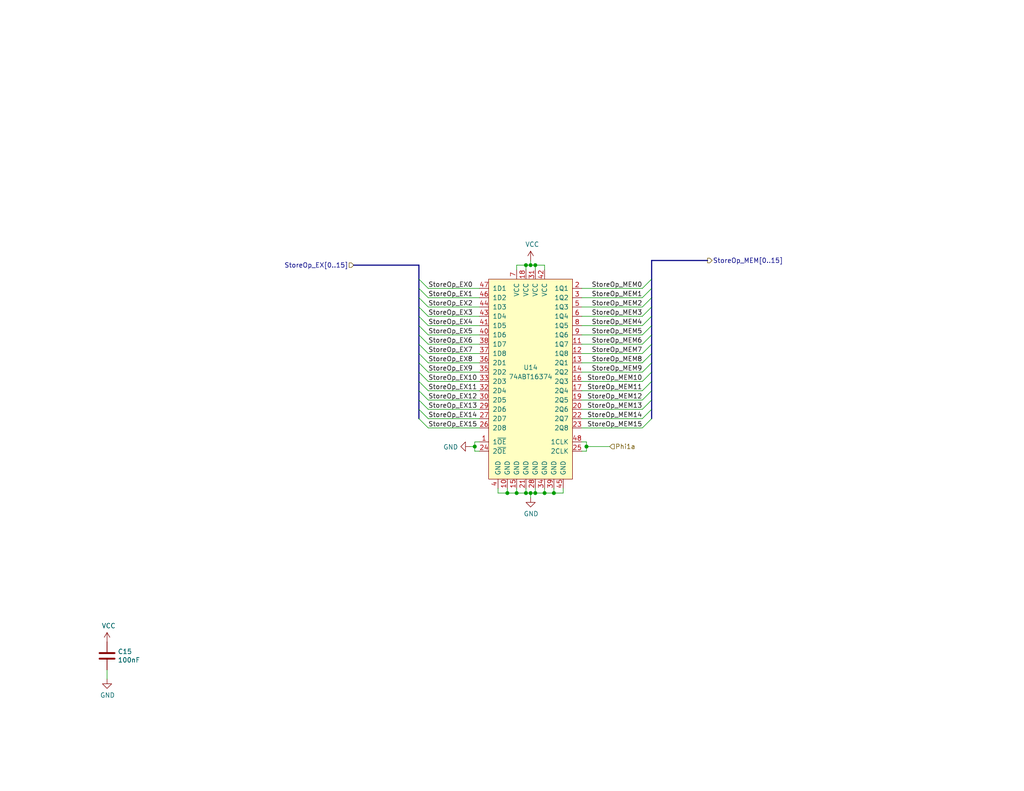
<source format=kicad_sch>
(kicad_sch (version 20230121) (generator eeschema)
  (paper "USLetter")
  (title_block (title "EX/MEM: Store Operand Register") (date "2022-09-24") (rev "B"))
  (lib_symbols
    (symbol "74xx (kicad5):74ABT16374" (pin_names (offset 1.016))
      (property "Reference" "U" (at 0 1.27 0))
      (property "Value" "74ABT16374" (at 0 -1.27 0))
      (symbol "74ABT16374_0_0"
        (pin input line (at -13.97 -20.32 0) (length 2.54) (name "1~{OE}") (number "1"))
        (pin power_in line (at -6.35 -33.02 90) (length 2.54) (name "GND") (number "10"))
        (pin tri_state line (at 13.97 6.35 180) (length 2.54) (name "1Q7") (number "11"))
        (pin tri_state line (at 13.97 3.81 180) (length 2.54) (name "1Q8") (number "12"))
        (pin tri_state line (at 13.97 1.27 180) (length 2.54) (name "2Q1") (number "13"))
        (pin tri_state line (at 13.97 -1.27 180) (length 2.54) (name "2Q2") (number "14"))
        (pin power_in line (at -3.81 -33.02 90) (length 2.54) (name "GND") (number "15"))
        (pin tri_state line (at 13.97 -3.81 180) (length 2.54) (name "2Q3") (number "16"))
        (pin tri_state line (at 13.97 -6.35 180) (length 2.54) (name "2Q4") (number "17"))
        (pin power_in line (at -1.27 26.67 270) (length 2.54) (name "VCC") (number "18"))
        (pin tri_state line (at 13.97 -8.89 180) (length 2.54) (name "2Q5") (number "19"))
        (pin tri_state line (at 13.97 21.59 180) (length 2.54) (name "1Q1") (number "2"))
        (pin tri_state line (at 13.97 -11.43 180) (length 2.54) (name "2Q6") (number "20"))
        (pin power_in line (at -1.27 -33.02 90) (length 2.54) (name "GND") (number "21"))
        (pin tri_state line (at 13.97 -13.97 180) (length 2.54) (name "2Q7") (number "22"))
        (pin tri_state line (at 13.97 -16.51 180) (length 2.54) (name "2Q8") (number "23"))
        (pin input line (at -13.97 -22.86 0) (length 2.54) (name "2~{OE}") (number "24"))
        (pin input line (at 13.97 -22.86 180) (length 2.54) (name "2CLK") (number "25"))
        (pin input line (at -13.97 -16.51 0) (length 2.54) (name "2D8") (number "26"))
        (pin input line (at -13.97 -13.97 0) (length 2.54) (name "2D7") (number "27"))
        (pin power_in line (at 1.27 -33.02 90) (length 2.54) (name "GND") (number "28"))
        (pin input line (at -13.97 -11.43 0) (length 2.54) (name "2D6") (number "29"))
        (pin tri_state line (at 13.97 19.05 180) (length 2.54) (name "1Q2") (number "3"))
        (pin input line (at -13.97 -8.89 0) (length 2.54) (name "2D5") (number "30"))
        (pin power_in line (at 1.27 26.67 270) (length 2.54) (name "VCC") (number "31"))
        (pin input line (at -13.97 -6.35 0) (length 2.54) (name "2D4") (number "32"))
        (pin input line (at -13.97 -3.81 0) (length 2.54) (name "2D3") (number "33"))
        (pin power_in line (at 3.81 -33.02 90) (length 2.54) (name "GND") (number "34"))
        (pin input line (at -13.97 -1.27 0) (length 2.54) (name "2D2") (number "35"))
        (pin input line (at -13.97 1.27 0) (length 2.54) (name "2D1") (number "36"))
        (pin input line (at -13.97 3.81 0) (length 2.54) (name "1D8") (number "37"))
        (pin input line (at -13.97 6.35 0) (length 2.54) (name "1D7") (number "38"))
        (pin power_in line (at 6.35 -33.02 90) (length 2.54) (name "GND") (number "39"))
        (pin power_in line (at -8.89 -33.02 90) (length 2.54) (name "GND") (number "4"))
        (pin input line (at -13.97 8.89 0) (length 2.54) (name "1D6") (number "40"))
        (pin input line (at -13.97 11.43 0) (length 2.54) (name "1D5") (number "41"))
        (pin power_in line (at 3.81 26.67 270) (length 2.54) (name "VCC") (number "42"))
        (pin input line (at -13.97 13.97 0) (length 2.54) (name "1D4") (number "43"))
        (pin input line (at -13.97 16.51 0) (length 2.54) (name "1D3") (number "44"))
        (pin power_in line (at 8.89 -33.02 90) (length 2.54) (name "GND") (number "45"))
        (pin input line (at -13.97 19.05 0) (length 2.54) (name "1D2") (number "46"))
        (pin input line (at -13.97 21.59 0) (length 2.54) (name "1D1") (number "47"))
        (pin input line (at 13.97 -20.32 180) (length 2.54) (name "1CLK") (number "48"))
        (pin tri_state line (at 13.97 16.51 180) (length 2.54) (name "1Q3") (number "5"))
        (pin tri_state line (at 13.97 13.97 180) (length 2.54) (name "1Q4") (number "6"))
        (pin power_in line (at -3.81 26.67 270) (length 2.54) (name "VCC") (number "7"))
        (pin tri_state line (at 13.97 11.43 180) (length 2.54) (name "1Q5") (number "8"))
        (pin tri_state line (at 13.97 8.89 180) (length 2.54) (name "1Q6") (number "9"))
      )
      (symbol "74ABT16374_0_1"
        (rectangle (start -11.43 24.13) (end 11.43 -30.48) (fill (type background)))
      )
    )
    (symbol "Device:C" (pin_numbers hide) (pin_names (offset 0.254))
      (property "Reference" "C" (at 0.635 2.54 0))
      (property "Value" "C" (at 0.635 -2.54 0))
      (symbol "C_0_1"
        (polyline (pts (xy -2.032 -0.762) (xy 2.032 -0.762)) (stroke (width 0.508)))
        (polyline (pts (xy -2.032 0.762) (xy 2.032 0.762)) (stroke (width 0.508)))
      )
      (symbol "C_1_1"
        (pin passive line (at 0 3.81 270) (length 2.794) (name "~") (number "1"))
        (pin passive line (at 0 -3.81 90) (length 2.794) (name "~") (number "2"))
      )
    )
    (symbol "power:GND" (power) (pin_names (offset 0))
      (property "Value" "GND" (at 0 -3.81 0))
      (symbol "GND_0_1"
        (polyline (pts (xy 0 0) (xy 0 -1.27) (xy 1.27 -1.27) (xy 0 -2.54) (xy -1.27 -1.27) (xy 0 -1.27)))
      )
      (symbol "GND_1_1"
        (pin power_in line (at 0 0 270) (length 0) hide (name "GND") (number "1"))
      )
    )
    (symbol "power:VCC" (power) (pin_names (offset 0))
      (property "Value" "VCC" (at 0 3.81 0))
      (symbol "VCC_0_1"
        (polyline (pts (xy -0.762 1.27) (xy 0 2.54)))
        (polyline (pts (xy 0 0) (xy 0 2.54)))
        (polyline (pts (xy 0 2.54) (xy 0.762 1.27)))
      )
      (symbol "VCC_1_1"
        (pin power_in line (at 0 0 90) (length 0) hide (name "VCC") (number "1"))
      )
    )
  )
  (junction (at 144.78 72.39))
  (junction (at 143.51 134.62))
  (junction (at 144.78 134.62))
  (junction (at 138.43 134.62))
  (junction (at 160.02 121.92))
  (junction (at 143.51 72.39))
  (junction (at 146.05 72.39))
  (junction (at 151.13 134.62))
  (junction (at 129.54 121.92))
  (junction (at 140.97 134.62))
  (junction (at 148.59 134.62))
  (junction (at 146.05 134.62))
  (bus_entry (at 114.3 78.74) (size 2.54 2.54))
  (bus_entry (at 114.3 76.2) (size 2.54 2.54))
  (bus_entry (at 114.3 91.44) (size 2.54 2.54))
  (bus_entry (at 114.3 114.3) (size 2.54 2.54))
  (bus_entry (at 177.8 106.68) (size -2.54 2.54))
  (bus_entry (at 114.3 111.76) (size 2.54 2.54))
  (bus_entry (at 114.3 109.22) (size 2.54 2.54))
  (bus_entry (at 114.3 88.9) (size 2.54 2.54))
  (bus_entry (at 114.3 96.52) (size 2.54 2.54))
  (bus_entry (at 177.8 88.9) (size -2.54 2.54))
  (bus_entry (at 114.3 101.6) (size 2.54 2.54))
  (bus_entry (at 177.8 86.36) (size -2.54 2.54))
  (bus_entry (at 177.8 96.52) (size -2.54 2.54))
  (bus_entry (at 114.3 99.06) (size 2.54 2.54))
  (bus_entry (at 114.3 83.82) (size 2.54 2.54))
  (bus_entry (at 177.8 76.2) (size -2.54 2.54))
  (bus_entry (at 114.3 104.14) (size 2.54 2.54))
  (bus_entry (at 177.8 83.82) (size -2.54 2.54))
  (bus_entry (at 177.8 109.22) (size -2.54 2.54))
  (bus_entry (at 177.8 114.3) (size -2.54 2.54))
  (bus_entry (at 177.8 99.06) (size -2.54 2.54))
  (bus_entry (at 114.3 81.28) (size 2.54 2.54))
  (bus_entry (at 114.3 93.98) (size 2.54 2.54))
  (bus_entry (at 177.8 101.6) (size -2.54 2.54))
  (bus_entry (at 177.8 104.14) (size -2.54 2.54))
  (bus_entry (at 177.8 91.44) (size -2.54 2.54))
  (bus_entry (at 114.3 86.36) (size 2.54 2.54))
  (bus_entry (at 177.8 111.76) (size -2.54 2.54))
  (bus_entry (at 177.8 93.98) (size -2.54 2.54))
  (bus_entry (at 177.8 81.28) (size -2.54 2.54))
  (bus_entry (at 177.8 78.74) (size -2.54 2.54))
  (bus_entry (at 114.3 106.68) (size 2.54 2.54))
  (wire (pts (xy 116.84 111.76) (xy 130.81 111.76)))
  (wire (pts (xy 138.43 134.62) (xy 140.97 134.62)))
  (wire (pts (xy 175.26 114.3) (xy 158.75 114.3)))
  (wire (pts (xy 116.84 81.28) (xy 130.81 81.28)))
  (wire (pts (xy 140.97 72.39) (xy 143.51 72.39)))
  (bus (pts (xy 177.8 78.74) (xy 177.8 81.28)))
  (wire (pts (xy 175.26 109.22) (xy 158.75 109.22)))
  (bus (pts (xy 177.8 101.6) (xy 177.8 104.14)))
  (wire (pts (xy 143.51 133.35) (xy 143.51 134.62)))
  (bus (pts (xy 177.8 96.52) (xy 177.8 99.06)))
  (wire (pts (xy 146.05 133.35) (xy 146.05 134.62)))
  (wire (pts (xy 143.51 73.66) (xy 143.51 72.39)))
  (bus (pts (xy 177.8 91.44) (xy 177.8 93.98)))
  (bus (pts (xy 114.3 81.28) (xy 114.3 83.82)))
  (wire (pts (xy 143.51 72.39) (xy 144.78 72.39)))
  (wire (pts (xy 116.84 93.98) (xy 130.81 93.98)))
  (wire (pts (xy 175.26 96.52) (xy 158.75 96.52)))
  (bus (pts (xy 114.3 86.36) (xy 114.3 88.9)))
  (wire (pts (xy 116.84 104.14) (xy 130.81 104.14)))
  (wire (pts (xy 140.97 134.62) (xy 143.51 134.62)))
  (wire (pts (xy 144.78 72.39) (xy 146.05 72.39)))
  (bus (pts (xy 177.8 71.12) (xy 177.8 76.2)))
  (wire (pts (xy 146.05 134.62) (xy 148.59 134.62)))
  (wire (pts (xy 135.89 133.35) (xy 135.89 134.62)))
  (bus (pts (xy 114.3 104.14) (xy 114.3 106.68)))
  (wire (pts (xy 116.84 86.36) (xy 130.81 86.36)))
  (wire (pts (xy 143.51 134.62) (xy 144.78 134.62)))
  (wire (pts (xy 144.78 71.12) (xy 144.78 72.39)))
  (bus (pts (xy 114.3 83.82) (xy 114.3 86.36)))
  (wire (pts (xy 160.02 121.92) (xy 166.37 121.92)))
  (wire (pts (xy 116.84 106.68) (xy 130.81 106.68)))
  (wire (pts (xy 160.02 120.65) (xy 160.02 121.92)))
  (wire (pts (xy 160.02 121.92) (xy 160.02 123.19)))
  (wire (pts (xy 135.89 134.62) (xy 138.43 134.62)))
  (wire (pts (xy 175.26 91.44) (xy 158.75 91.44)))
  (bus (pts (xy 114.3 88.9) (xy 114.3 91.44)))
  (wire (pts (xy 175.26 116.84) (xy 158.75 116.84)))
  (bus (pts (xy 177.8 111.76) (xy 177.8 114.3)))
  (wire (pts (xy 138.43 133.35) (xy 138.43 134.62)))
  (bus (pts (xy 177.8 99.06) (xy 177.8 101.6)))
  (wire (pts (xy 116.84 109.22) (xy 130.81 109.22)))
  (bus (pts (xy 177.8 76.2) (xy 177.8 78.74)))
  (wire (pts (xy 153.67 134.62) (xy 153.67 133.35)))
  (wire (pts (xy 129.54 121.92) (xy 129.54 123.19)))
  (wire (pts (xy 116.84 96.52) (xy 130.81 96.52)))
  (wire (pts (xy 146.05 72.39) (xy 148.59 72.39)))
  (wire (pts (xy 140.97 73.66) (xy 140.97 72.39)))
  (wire (pts (xy 151.13 134.62) (xy 153.67 134.62)))
  (wire (pts (xy 175.26 106.68) (xy 158.75 106.68)))
  (wire (pts (xy 151.13 133.35) (xy 151.13 134.62)))
  (wire (pts (xy 144.78 134.62) (xy 144.78 135.89)))
  (bus (pts (xy 114.3 72.39) (xy 114.3 76.2)))
  (bus (pts (xy 114.3 109.22) (xy 114.3 111.76)))
  (wire (pts (xy 116.84 83.82) (xy 130.81 83.82)))
  (wire (pts (xy 129.54 121.92) (xy 128.27 121.92)))
  (bus (pts (xy 177.8 106.68) (xy 177.8 109.22)))
  (bus (pts (xy 114.3 111.76) (xy 114.3 114.3)))
  (wire (pts (xy 148.59 72.39) (xy 148.59 73.66)))
  (bus (pts (xy 114.3 78.74) (xy 114.3 81.28)))
  (wire (pts (xy 175.26 78.74) (xy 158.75 78.74)))
  (wire (pts (xy 175.26 101.6) (xy 158.75 101.6)))
  (wire (pts (xy 175.26 111.76) (xy 158.75 111.76)))
  (bus (pts (xy 177.8 83.82) (xy 177.8 86.36)))
  (wire (pts (xy 116.84 91.44) (xy 130.81 91.44)))
  (bus (pts (xy 114.3 106.68) (xy 114.3 109.22)))
  (wire (pts (xy 160.02 123.19) (xy 158.75 123.19)))
  (bus (pts (xy 114.3 91.44) (xy 114.3 93.98)))
  (wire (pts (xy 140.97 133.35) (xy 140.97 134.62)))
  (bus (pts (xy 177.8 88.9) (xy 177.8 91.44)))
  (wire (pts (xy 129.54 120.65) (xy 129.54 121.92)))
  (wire (pts (xy 116.84 101.6) (xy 130.81 101.6)))
  (wire (pts (xy 175.26 104.14) (xy 158.75 104.14)))
  (wire (pts (xy 130.81 120.65) (xy 129.54 120.65)))
  (wire (pts (xy 148.59 134.62) (xy 151.13 134.62)))
  (bus (pts (xy 177.8 93.98) (xy 177.8 96.52)))
  (wire (pts (xy 29.21 185.42) (xy 29.21 182.88)))
  (bus (pts (xy 177.8 86.36) (xy 177.8 88.9)))
  (bus (pts (xy 114.3 76.2) (xy 114.3 78.74)))
  (bus (pts (xy 96.52 72.39) (xy 114.3 72.39)))
  (wire (pts (xy 175.26 81.28) (xy 158.75 81.28)))
  (bus (pts (xy 177.8 81.28) (xy 177.8 83.82)))
  (wire (pts (xy 146.05 73.66) (xy 146.05 72.39)))
  (wire (pts (xy 129.54 123.19) (xy 130.81 123.19)))
  (bus (pts (xy 193.04 71.12) (xy 177.8 71.12)))
  (bus (pts (xy 114.3 99.06) (xy 114.3 101.6)))
  (bus (pts (xy 114.3 93.98) (xy 114.3 96.52)))
  (bus (pts (xy 114.3 96.52) (xy 114.3 99.06)))
  (wire (pts (xy 116.84 88.9) (xy 130.81 88.9)))
  (bus (pts (xy 177.8 109.22) (xy 177.8 111.76)))
  (wire (pts (xy 144.78 134.62) (xy 146.05 134.62)))
  (wire (pts (xy 116.84 116.84) (xy 130.81 116.84)))
  (wire (pts (xy 175.26 88.9) (xy 158.75 88.9)))
  (wire (pts (xy 148.59 133.35) (xy 148.59 134.62)))
  (wire (pts (xy 175.26 86.36) (xy 158.75 86.36)))
  (bus (pts (xy 114.3 101.6) (xy 114.3 104.14)))
  (wire (pts (xy 175.26 83.82) (xy 158.75 83.82)))
  (wire (pts (xy 116.84 99.06) (xy 130.81 99.06)))
  (wire (pts (xy 116.84 78.74) (xy 130.81 78.74)))
  (wire (pts (xy 158.75 120.65) (xy 160.02 120.65)))
  (wire (pts (xy 116.84 114.3) (xy 130.81 114.3)))
  (wire (pts (xy 175.26 99.06) (xy 158.75 99.06)))
  (bus (pts (xy 177.8 104.14) (xy 177.8 106.68)))
  (wire (pts (xy 175.26 93.98) (xy 158.75 93.98)))
  (label "StoreOp_EX12" (at 116.84 109.22 0))
  (label "StoreOp_EX13" (at 116.84 111.76 0))
  (label "StoreOp_EX0" (at 116.84 78.74 0))
  (label "StoreOp_MEM2" (at 175.26 83.82 180))
  (label "StoreOp_EX2" (at 116.84 83.82 0))
  (label "StoreOp_EX8" (at 116.84 99.06 0))
  (label "StoreOp_MEM10" (at 175.26 104.14 180))
  (label "StoreOp_MEM15" (at 175.26 116.84 180))
  (label "StoreOp_EX10" (at 116.84 104.14 0))
  (label "StoreOp_MEM12" (at 175.26 109.22 180))
  (label "StoreOp_MEM4" (at 175.26 88.9 180))
  (label "StoreOp_EX6" (at 116.84 93.98 0))
  (label "StoreOp_MEM1" (at 175.26 81.28 180))
  (label "StoreOp_MEM9" (at 175.26 101.6 180))
  (label "StoreOp_MEM7" (at 175.26 96.52 180))
  (label "StoreOp_EX11" (at 116.84 106.68 0))
  (label "StoreOp_EX3" (at 116.84 86.36 0))
  (label "StoreOp_EX1" (at 116.84 81.28 0))
  (label "StoreOp_EX7" (at 116.84 96.52 0))
  (label "StoreOp_MEM3" (at 175.26 86.36 180))
  (label "StoreOp_EX9" (at 116.84 101.6 0))
  (label "StoreOp_MEM14" (at 175.26 114.3 180))
  (label "StoreOp_MEM8" (at 175.26 99.06 180))
  (label "StoreOp_MEM13" (at 175.26 111.76 180))
  (label "StoreOp_EX15" (at 116.84 116.84 0))
  (label "StoreOp_EX5" (at 116.84 91.44 0))
  (label "StoreOp_MEM11" (at 175.26 106.68 180))
  (label "StoreOp_EX14" (at 116.84 114.3 0))
  (label "StoreOp_MEM5" (at 175.26 91.44 180))
  (label "StoreOp_MEM6" (at 175.26 93.98 180))
  (label "StoreOp_MEM0" (at 175.26 78.74 180))
  (label "StoreOp_EX4" (at 116.84 88.9 0))
  (hierarchical_label "StoreOp_MEM[0..15]" (shape output) (at 193.04 71.12 0))
  (hierarchical_label "Phi1a" (shape input) (at 166.37 121.92 0))
  (hierarchical_label "StoreOp_EX[0..15]" (shape input) (at 96.52 72.39 180))
  (symbol (lib_id "Device:C") (at 29.21 179.07 0) (unit 1)
    (property "Reference" "C15" (at 32.131 177.9016 0) (effects (justify left)))
    (property "Value" "100nF" (at 32.131 180.213 0) (effects (justify left)))
    (property "Footprint" "Capacitor_SMD:C_0603_1608Metric_Pad1.08x0.95mm_HandSolder" (effects hide))
    (property "Mouser" "https://www.mouser.com/ProductDetail/963-EMK107B7104KAHT" (effects hide))
  )
  (symbol (lib_id "power:VCC") (at 29.21 175.26 0) (unit 1)
    (property "Reference" "#PWR076" (effects hide))
    (property "Value" "VCC" (at 29.6418 170.8658 0))
  )
  (symbol (lib_id "power:GND") (at 29.21 185.42 0) (unit 1)
    (property "Reference" "#PWR077" (effects hide))
    (property "Value" "GND" (at 29.337 189.8142 0))
  )
  (symbol (lib_id "power:GND") (at 128.27 121.92 270) (unit 1)
    (property "Reference" "#PWR078" (effects hide))
    (property "Value" "GND" (at 125.0188 122.047 90) (effects (justify right)))
  )
  (symbol (lib_id "power:VCC") (at 144.78 71.12 0) (unit 1)
    (property "Reference" "#PWR079" (effects hide))
    (property "Value" "VCC" (at 145.2118 66.7258 0))
  )
  (symbol (lib_id "power:GND") (at 144.78 135.89 0) (unit 1)
    (property "Reference" "#PWR080" (effects hide))
    (property "Value" "GND" (at 144.907 140.2842 0))
  )
  (symbol (lib_id "74xx (kicad5):74ABT16374") (at 144.78 100.33 0) (unit 1)
    (property "Reference" "U14" (at 144.78 100.33 0))
    (property "Value" "74ABT16374" (at 144.78 102.87 0))
    (property "Footprint" "Package_SO:TSSOP-48_6.1x12.5mm_P0.5mm" (effects hide))
    (property "Datasheet" "https://www.ti.com/lit/ds/symlink/sn74abt16374a.pdf?HQS=dis-mous-null-mousermode-dsf-pf-null-wwe&ts=1617318801237" (effects hide))
    (property "Mouser" "https://www.mouser.com/ProductDetail/Texas-Instruments/SN74ABT16374ADGGR?qs=%2Fha2pyFadui8Wf%2F61v2joCyY9bOa3peBR5btn0VUHs8%3D" (effects hide))
  )
)
</source>
